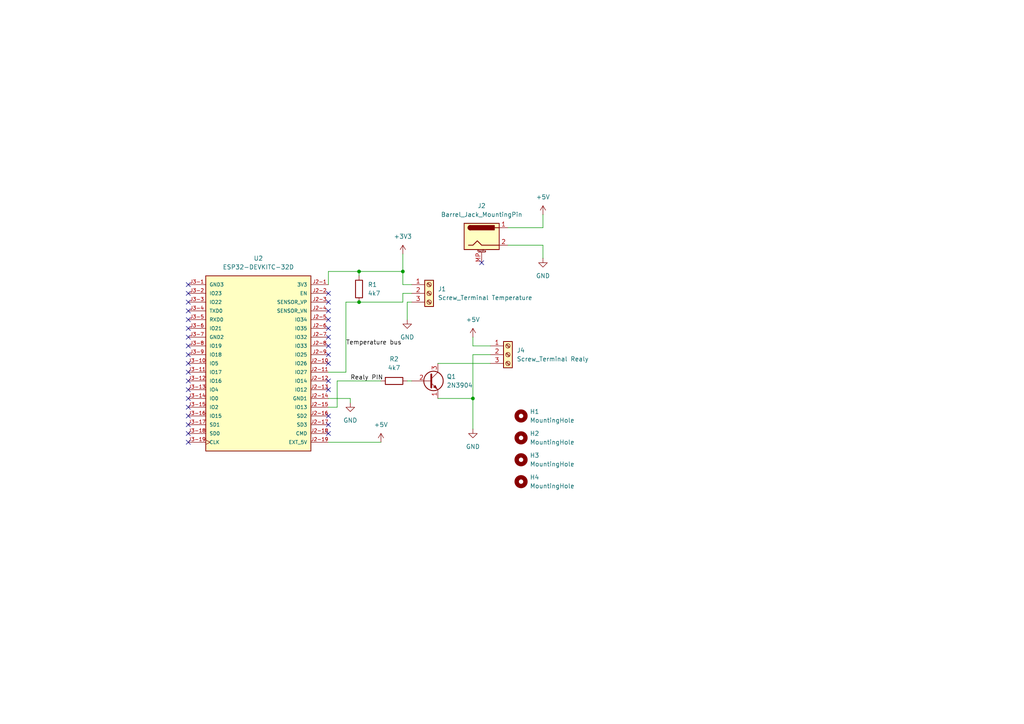
<source format=kicad_sch>
(kicad_sch (version 20231120) (generator "eeschema") (generator_version "8.0")
  (paper "A4")
  (lib_symbols
    (symbol "Connector:Barrel_Jack_MountingPin" (pin_names hide)
      (property "Reference" "J" (at 0 5.334 0))
      (property "Value" "Barrel_Jack_MountingPin" (at 1.27 -6.35 0))
      (symbol "Barrel_Jack_MountingPin_0_1"
        (rectangle (start -5.08 3.81) (end 5.08 -3.81) (stroke (width 0.254)) (fill (type background)))
        (arc (start -3.302 3.175) (mid -3.9343 2.54) (end -3.302 1.905) (stroke (width 0.254)))
        (arc (start -3.302 3.175) (mid -3.9343 2.54) (end -3.302 1.905) (stroke (width 0.254)) (fill (type outline)))
        (polyline (pts (xy 5.08 2.54) (xy 3.81 2.54)) (stroke (width 0.254)))
        (polyline (pts (xy -3.81 -2.54) (xy -2.54 -2.54) (xy -1.27 -1.27) (xy 0 -2.54) (xy 2.54 -2.54) (xy 5.08 -2.54)) (stroke (width 0.254)))
        (rectangle (start 3.683 3.175) (end -3.302 1.905) (stroke (width 0.254)) (fill (type outline)))
      )
      (symbol "Barrel_Jack_MountingPin_1_1"
        (polyline (pts (xy -1.016 -4.572) (xy 1.016 -4.572)) (stroke (width 0.1524)))
        (text "Mounting" (at 0 -4.191 0) (effects (font (size 0.381 0.381))))
        (pin passive line (at 7.62 2.54 180) (length 2.54) (name "~") (number "1"))
        (pin passive line (at 7.62 -2.54 180) (length 2.54) (name "~") (number "2"))
        (pin passive line (at 0 -7.62 90) (length 3.048) (name "MountPin") (number "MP"))
      )
    )
    (symbol "Connector:Screw_Terminal_01x03" (pin_names (offset 1.016) hide)
      (property "Reference" "J" (at 0 5.08 0))
      (property "Value" "Screw_Terminal_01x03" (at 0 -5.08 0))
      (symbol "Screw_Terminal_01x03_1_1"
        (rectangle (start -1.27 3.81) (end 1.27 -3.81) (stroke (width 0.254)) (fill (type background)))
        (circle (center 0 -2.54) (radius 0.635) (stroke (width 0.1524)))
        (polyline (pts (xy -0.5334 -2.2098) (xy 0.3302 -3.048)) (stroke (width 0.1524)))
        (polyline (pts (xy -0.5334 0.3302) (xy 0.3302 -0.508)) (stroke (width 0.1524)))
        (polyline (pts (xy -0.5334 2.8702) (xy 0.3302 2.032)) (stroke (width 0.1524)))
        (polyline (pts (xy -0.3556 -2.032) (xy 0.508 -2.8702)) (stroke (width 0.1524)))
        (polyline (pts (xy -0.3556 0.508) (xy 0.508 -0.3302)) (stroke (width 0.1524)))
        (polyline (pts (xy -0.3556 3.048) (xy 0.508 2.2098)) (stroke (width 0.1524)))
        (circle (center 0 0) (radius 0.635) (stroke (width 0.1524)))
        (circle (center 0 2.54) (radius 0.635) (stroke (width 0.1524)))
        (pin passive line (at -5.08 2.54 0) (length 3.81) (name "Pin_1") (number "1"))
        (pin passive line (at -5.08 0 0) (length 3.81) (name "Pin_2") (number "2"))
        (pin passive line (at -5.08 -2.54 0) (length 3.81) (name "Pin_3") (number "3"))
      )
    )
    (symbol "Device:R" (pin_numbers hide) (pin_names (offset 0))
      (property "Reference" "R" (at 2.032 0 90))
      (property "Value" "R" (at 0 0 90))
      (symbol "R_0_1"
        (rectangle (start -1.016 -2.54) (end 1.016 2.54) (stroke (width 0.254)))
      )
      (symbol "R_1_1"
        (pin passive line (at 0 3.81 270) (length 1.27) (name "~") (number "1"))
        (pin passive line (at 0 -3.81 90) (length 1.27) (name "~") (number "2"))
      )
    )
    (symbol "Mechanical:MountingHole" (pin_names (offset 1.016)) (exclude_from_sim yes) (in_bom no)
      (property "Reference" "H" (at 0 5.08 0))
      (property "Value" "MountingHole" (at 0 3.175 0))
      (symbol "MountingHole_0_1"
        (circle (center 0 0) (radius 1.27) (stroke (width 1.27)))
      )
    )
    (symbol "Szabi_symbols:ESP32-DEVKITC-32D" (pin_names (offset 1.016))
      (property "Reference" "U" (at -15.2572 26.0643 0))
      (property "Value" "ESP32-DEVKITC-32D" (at -15.2563 -27.9698 0))
      (symbol "ESP32-DEVKITC-32D_0_0"
        (rectangle (start -15.24 -25.4) (end 15.24 25.4) (stroke (width 0.254)) (fill (type background)))
        (pin power_in line (at -20.32 22.86 0) (length 5.08) (name "3V3") (number "J2-1"))
        (pin bidirectional line (at -20.32 0 0) (length 5.08) (name "IO26") (number "J2-10"))
        (pin bidirectional line (at -20.32 -2.54 0) (length 5.08) (name "IO27") (number "J2-11"))
        (pin bidirectional line (at -20.32 -5.08 0) (length 5.08) (name "IO14") (number "J2-12"))
        (pin bidirectional line (at -20.32 -7.62 0) (length 5.08) (name "IO12") (number "J2-13"))
        (pin power_in line (at -20.32 -10.16 0) (length 5.08) (name "GND1") (number "J2-14"))
        (pin bidirectional line (at -20.32 -12.7 0) (length 5.08) (name "IO13") (number "J2-15"))
        (pin bidirectional line (at -20.32 -15.24 0) (length 5.08) (name "SD2") (number "J2-16"))
        (pin bidirectional line (at -20.32 -17.78 0) (length 5.08) (name "SD3") (number "J2-17"))
        (pin bidirectional line (at -20.32 -20.32 0) (length 5.08) (name "CMD") (number "J2-18"))
        (pin power_in line (at -20.32 -22.86 0) (length 5.08) (name "EXT_5V") (number "J2-19"))
        (pin input line (at -20.32 20.32 0) (length 5.08) (name "EN") (number "J2-2"))
        (pin input line (at -20.32 17.78 0) (length 5.08) (name "SENSOR_VP") (number "J2-3"))
        (pin input line (at -20.32 15.24 0) (length 5.08) (name "SENSOR_VN") (number "J2-4"))
        (pin bidirectional line (at -20.32 12.7 0) (length 5.08) (name "IO34") (number "J2-5"))
        (pin bidirectional line (at -20.32 10.16 0) (length 5.08) (name "IO35") (number "J2-6"))
        (pin bidirectional line (at -20.32 7.62 0) (length 5.08) (name "IO32") (number "J2-7"))
        (pin bidirectional line (at -20.32 5.08 0) (length 5.08) (name "IO33") (number "J2-8"))
        (pin bidirectional line (at -20.32 2.54 0) (length 5.08) (name "IO25") (number "J2-9"))
        (pin power_in line (at 20.32 22.86 180) (length 5.08) (name "GND3") (number "J3-1"))
        (pin bidirectional line (at 20.32 0 180) (length 5.08) (name "IO5") (number "J3-10"))
        (pin bidirectional line (at 20.32 -2.54 180) (length 5.08) (name "IO17") (number "J3-11"))
        (pin bidirectional line (at 20.32 -5.08 180) (length 5.08) (name "IO16") (number "J3-12"))
        (pin bidirectional line (at 20.32 -7.62 180) (length 5.08) (name "IO4") (number "J3-13"))
        (pin bidirectional line (at 20.32 -10.16 180) (length 5.08) (name "IO0") (number "J3-14"))
        (pin bidirectional line (at 20.32 -12.7 180) (length 5.08) (name "IO2") (number "J3-15"))
        (pin bidirectional line (at 20.32 -15.24 180) (length 5.08) (name "IO15") (number "J3-16"))
        (pin bidirectional line (at 20.32 -17.78 180) (length 5.08) (name "SD1") (number "J3-17"))
        (pin bidirectional line (at 20.32 -20.32 180) (length 5.08) (name "SD0") (number "J3-18"))
        (pin input clock (at 20.32 -22.86 180) (length 5.08) (name "CLK") (number "J3-19"))
        (pin bidirectional line (at 20.32 20.32 180) (length 5.08) (name "IO23") (number "J3-2"))
        (pin bidirectional line (at 20.32 17.78 180) (length 5.08) (name "IO22") (number "J3-3"))
        (pin output line (at 20.32 15.24 180) (length 5.08) (name "TXD0") (number "J3-4"))
        (pin input line (at 20.32 12.7 180) (length 5.08) (name "RXD0") (number "J3-5"))
        (pin bidirectional line (at 20.32 10.16 180) (length 5.08) (name "IO21") (number "J3-6"))
        (pin power_in line (at 20.32 7.62 180) (length 5.08) (name "GND2") (number "J3-7"))
        (pin bidirectional line (at 20.32 5.08 180) (length 5.08) (name "IO19") (number "J3-8"))
        (pin bidirectional line (at 20.32 2.54 180) (length 5.08) (name "IO18") (number "J3-9"))
      )
    )
    (symbol "Transistor_BJT:2N3904" (pin_names (offset 0) hide)
      (property "Reference" "Q" (at 5.08 1.905 0))
      (property "Value" "2N3904" (at 5.08 0 0))
      (symbol "2N3904_0_1"
        (polyline (pts (xy 0.635 0.635) (xy 2.54 2.54)))
        (polyline (pts (xy 0.635 -0.635) (xy 2.54 -2.54) (xy 2.54 -2.54)))
        (polyline (pts (xy 0.635 1.905) (xy 0.635 -1.905) (xy 0.635 -1.905)) (stroke (width 0.508)))
        (polyline (pts (xy 1.27 -1.778) (xy 1.778 -1.27) (xy 2.286 -2.286) (xy 1.27 -1.778) (xy 1.27 -1.778)) (fill (type outline)))
        (circle (center 1.27 0) (radius 2.8194) (stroke (width 0.254)))
      )
      (symbol "2N3904_1_1"
        (pin passive line (at 2.54 -5.08 90) (length 2.54) (name "E") (number "1"))
        (pin passive line (at -5.08 0 0) (length 5.715) (name "B") (number "2"))
        (pin passive line (at 2.54 5.08 270) (length 2.54) (name "C") (number "3"))
      )
    )
    (symbol "power:+3V3" (power) (pin_numbers hide) (pin_names (offset 0) hide)
      (property "Value" "+3V3" (at 0 3.556 0))
      (symbol "+3V3_0_1"
        (polyline (pts (xy -0.762 1.27) (xy 0 2.54)))
        (polyline (pts (xy 0 0) (xy 0 2.54)))
        (polyline (pts (xy 0 2.54) (xy 0.762 1.27)))
      )
      (symbol "+3V3_1_1"
        (pin power_in line (at 0 0 90) (length 0) (name "~") (number "1"))
      )
    )
    (symbol "power:+5V" (power) (pin_numbers hide) (pin_names (offset 0) hide)
      (property "Value" "+5V" (at 0 3.556 0))
      (symbol "+5V_0_1"
        (polyline (pts (xy -0.762 1.27) (xy 0 2.54)))
        (polyline (pts (xy 0 0) (xy 0 2.54)))
        (polyline (pts (xy 0 2.54) (xy 0.762 1.27)))
      )
      (symbol "+5V_1_1"
        (pin power_in line (at 0 0 90) (length 0) (name "~") (number "1"))
      )
    )
    (symbol "power:GND" (power) (pin_numbers hide) (pin_names (offset 0) hide)
      (property "Value" "GND" (at 0 -3.81 0))
      (symbol "GND_0_1"
        (polyline (pts (xy 0 0) (xy 0 -1.27) (xy 1.27 -1.27) (xy 0 -2.54) (xy -1.27 -1.27) (xy 0 -1.27)))
      )
      (symbol "GND_1_1"
        (pin power_in line (at 0 0 270) (length 0) (name "~") (number "1"))
      )
    )
  )
  (junction (at 104.14 78.74))
  (junction (at 137.16 115.57))
  (junction (at 104.14 87.63))
  (junction (at 116.84 78.74))
  (no_connect (at 95.25 92.71))
  (no_connect (at 54.61 100.33))
  (no_connect (at 54.61 82.55))
  (no_connect (at 95.25 100.33))
  (no_connect (at 54.61 110.49))
  (no_connect (at 54.61 128.27))
  (no_connect (at 95.25 113.03))
  (no_connect (at 54.61 102.87))
  (no_connect (at 95.25 105.41))
  (no_connect (at 95.25 120.65))
  (no_connect (at 54.61 118.11))
  (no_connect (at 54.61 113.03))
  (no_connect (at 95.25 110.49))
  (no_connect (at 54.61 85.09))
  (no_connect (at 95.25 123.19))
  (no_connect (at 54.61 87.63))
  (no_connect (at 54.61 105.41))
  (no_connect (at 95.25 97.79))
  (no_connect (at 95.25 102.87))
  (no_connect (at 54.61 97.79))
  (no_connect (at 54.61 95.25))
  (no_connect (at 95.25 85.09))
  (no_connect (at 54.61 120.65))
  (no_connect (at 54.61 90.17))
  (no_connect (at 95.25 125.73))
  (no_connect (at 54.61 125.73))
  (no_connect (at 139.7 76.2))
  (no_connect (at 54.61 107.95))
  (no_connect (at 54.61 123.19))
  (no_connect (at 54.61 92.71))
  (no_connect (at 54.61 115.57))
  (no_connect (at 95.25 95.25))
  (no_connect (at 95.25 90.17))
  (no_connect (at 95.25 87.63))
  (wire (pts (xy 97.79 118.11) (xy 95.25 118.11)))
  (wire (pts (xy 116.84 85.09) (xy 116.84 87.63)))
  (wire (pts (xy 97.79 110.49) (xy 97.79 118.11)))
  (wire (pts (xy 116.84 73.66) (xy 116.84 78.74)))
  (wire (pts (xy 118.11 87.63) (xy 119.38 87.63)))
  (wire (pts (xy 95.25 128.27) (xy 110.49 128.27)))
  (wire (pts (xy 119.38 82.55) (xy 116.84 82.55)))
  (wire (pts (xy 95.25 78.74) (xy 104.14 78.74)))
  (wire (pts (xy 116.84 85.09) (xy 119.38 85.09)))
  (wire (pts (xy 104.14 87.63) (xy 100.33 87.63)))
  (wire (pts (xy 137.16 100.33) (xy 142.24 100.33)))
  (wire (pts (xy 147.32 71.12) (xy 157.48 71.12)))
  (wire (pts (xy 142.24 102.87) (xy 137.16 102.87)))
  (wire (pts (xy 101.6 116.84) (xy 101.6 115.57)))
  (wire (pts (xy 104.14 78.74) (xy 104.14 80.01)))
  (wire (pts (xy 157.48 66.04) (xy 147.32 66.04)))
  (wire (pts (xy 100.33 107.95) (xy 95.25 107.95)))
  (wire (pts (xy 127 115.57) (xy 137.16 115.57)))
  (wire (pts (xy 118.11 87.63) (xy 118.11 92.71)))
  (wire (pts (xy 137.16 102.87) (xy 137.16 115.57)))
  (wire (pts (xy 157.48 62.23) (xy 157.48 66.04)))
  (wire (pts (xy 142.24 105.41) (xy 127 105.41)))
  (wire (pts (xy 104.14 78.74) (xy 116.84 78.74)))
  (wire (pts (xy 95.25 78.74) (xy 95.25 82.55)))
  (wire (pts (xy 104.14 87.63) (xy 116.84 87.63)))
  (wire (pts (xy 118.11 110.49) (xy 119.38 110.49)))
  (wire (pts (xy 157.48 71.12) (xy 157.48 74.93)))
  (wire (pts (xy 100.33 87.63) (xy 100.33 107.95)))
  (wire (pts (xy 116.84 82.55) (xy 116.84 78.74)))
  (wire (pts (xy 137.16 97.79) (xy 137.16 100.33)))
  (wire (pts (xy 137.16 115.57) (xy 137.16 124.46)))
  (wire (pts (xy 95.25 115.57) (xy 101.6 115.57)))
  (wire (pts (xy 97.79 110.49) (xy 110.49 110.49)))
  (label "Realy PIN" (at 101.6 110.49 0))
  (label "Temperature bus" (at 100.33 100.33 0))
  (symbol (lib_id "Device:R") (at 104.14 83.82 180) (unit 1)
    (property "Reference" "R1" (at 106.68 82.5499 0) (effects (justify right)))
    (property "Value" "4k7" (at 106.68 85.0899 0) (effects (justify right)))
    (property "Footprint" "Resistor_THT:R_Axial_DIN0207_L6.3mm_D2.5mm_P10.16mm_Horizontal" (effects (hide yes)))
    (property "Description" "Resistor" (effects (hide yes)))
  )
  (symbol (lib_id "power:+3V3") (at 116.84 73.66 0) (unit 1)
    (property "Reference" "#PWR01" (effects (hide yes)))
    (property "Value" "+3V3" (at 116.84 68.58 0))
    (property "Description" "Power symbol creates a global label with name \"+3V3\"" (effects (hide yes)))
  )
  (symbol (lib_id "Mechanical:MountingHole") (at 151.13 139.7 0) (unit 1) (exclude_from_sim yes) (in_bom no)
    (property "Reference" "H4" (at 153.67 138.4299 0) (effects (justify left)))
    (property "Value" "MountingHole" (at 153.67 140.9699 0) (effects (justify left)))
    (property "Footprint" "MountingHole:MountingHole_2.2mm_M2_ISO7380_Pad" (effects (hide yes)))
    (property "Description" "Mounting Hole without connection" (effects (hide yes)))
  )
  (symbol (lib_id "power:+5V") (at 137.16 97.79 0) (unit 1)
    (property "Reference" "#PWR03" (effects (hide yes)))
    (property "Value" "+5V" (at 137.16 92.71 0))
    (property "Description" "Power symbol creates a global label with name \"+5V\"" (effects (hide yes)))
  )
  (symbol (lib_id "Szabi_symbols:ESP32-DEVKITC-32D") (at 74.93 105.41 0) (mirror y) (unit 1)
    (property "Reference" "U2" (at 74.93 74.93 0))
    (property "Value" "ESP32-DEVKITC-32D" (at 74.93 77.47 0))
    (property "Footprint" "Szabi_footprints:MODULE_ESP32-DEVKITC-32D" (effects (hide yes)))
    (property "MF" "Espressif Systems" (effects (hide yes)))
    (property "MAXIMUM_PACKAGE_HEIGHT" "N/A" (effects (hide yes)))
    (property "Package" "None" (effects (hide yes)))
    (property "Price" "None" (effects (hide yes)))
    (property "Check_prices" "https://www.snapeda.com/parts/ESP32-DEVKITC-32D/Espressif+Systems/view-part/?ref=eda" (effects (hide yes)))
    (property "STANDARD" "Manufacturer Recommendations" (effects (hide yes)))
    (property "PARTREV" "V4" (effects (hide yes)))
    (property "SnapEDA_Link" "https://www.snapeda.com/parts/ESP32-DEVKITC-32D/Espressif+Systems/view-part/?ref=snap" (effects (hide yes)))
    (property "MP" "ESP32-DEVKITC-32D" (effects (hide yes)))
    (property "Description_1" "\nWiFi Development Tools (802.11) ESP32 General Development Kit, ESP32-WROOM-32D on the board\n" (effects (hide yes)))
    (property "MANUFACTURER" "Espressif Systems" (effects (hide yes)))
    (property "Availability" "In Stock" (effects (hide yes)))
    (property "SNAPEDA_PN" "ESP32-DEVKITC-32D" (effects (hide yes)))
  )
  (symbol (lib_id "power:GND") (at 101.6 116.84 0) (unit 1)
    (property "Reference" "#PWR07" (effects (hide yes)))
    (property "Value" "GND" (at 101.6 121.92 0))
    (property "Description" "Power symbol creates a global label with name \"GND\" , ground" (effects (hide yes)))
  )
  (symbol (lib_id "Device:R") (at 114.3 110.49 90) (unit 1)
    (property "Reference" "R2" (at 114.3 104.14 90))
    (property "Value" "4k7" (at 114.3 106.68 90))
    (property "Footprint" "Resistor_THT:R_Axial_DIN0207_L6.3mm_D2.5mm_P10.16mm_Horizontal" (effects (hide yes)))
    (property "Description" "Resistor" (effects (hide yes)))
  )
  (symbol (lib_id "Mechanical:MountingHole") (at 151.13 127 0) (unit 1) (exclude_from_sim yes) (in_bom no)
    (property "Reference" "H2" (at 153.67 125.7299 0) (effects (justify left)))
    (property "Value" "MountingHole" (at 153.67 128.2699 0) (effects (justify left)))
    (property "Footprint" "MountingHole:MountingHole_2.2mm_M2_ISO7380_Pad" (effects (hide yes)))
    (property "Description" "Mounting Hole without connection" (effects (hide yes)))
  )
  (symbol (lib_id "power:GND") (at 157.48 74.93 0) (unit 1)
    (property "Reference" "#PWR05" (effects (hide yes)))
    (property "Value" "GND" (at 157.48 80.01 0))
    (property "Description" "Power symbol creates a global label with name \"GND\" , ground" (effects (hide yes)))
  )
  (symbol (lib_id "power:GND") (at 137.16 124.46 0) (unit 1)
    (property "Reference" "#PWR04" (effects (hide yes)))
    (property "Value" "GND" (at 137.16 129.54 0))
    (property "Description" "Power symbol creates a global label with name \"GND\" , ground" (effects (hide yes)))
  )
  (symbol (lib_id "Transistor_BJT:2N3904") (at 124.46 110.49 0) (unit 1)
    (property "Reference" "Q1" (at 129.54 109.2199 0) (effects (justify left)))
    (property "Value" "2N3904" (at 129.54 111.7599 0) (effects (justify left)))
    (property "Footprint" "Package_TO_SOT_THT:TO-92_Inline_Wide" (effects (hide yes)))
    (property "Datasheet" "https://www.onsemi.com/pub/Collateral/2N3903-D.PDF" (effects (hide yes)))
    (property "Description" "0.2A Ic, 40V Vce, Small Signal NPN Transistor, TO-92" (effects (hide yes)))
  )
  (symbol (lib_id "power:+5V") (at 110.49 128.27 0) (unit 1)
    (property "Reference" "#PWR08" (effects (hide yes)))
    (property "Value" "+5V" (at 110.49 123.19 0))
    (property "Description" "Power symbol creates a global label with name \"+5V\"" (effects (hide yes)))
  )
  (symbol (lib_id "Connector:Screw_Terminal_01x03") (at 124.46 85.09 0) (unit 1)
    (property "Reference" "J1" (at 127 83.8199 0) (effects (justify left)))
    (property "Value" "Screw_Terminal Temperature" (at 127 86.3599 0) (effects (justify left)))
    (property "Footprint" "TerminalBlock:TerminalBlock_bornier-3_P5.08mm" (effects (hide yes)))
    (property "Description" "Generic screw terminal, single row, 01x03, script generated (kicad-library-utils/schlib/autogen/connector/)" (effects (hide yes)))
  )
  (symbol (lib_id "Mechanical:MountingHole") (at 151.13 120.65 0) (unit 1) (exclude_from_sim yes) (in_bom no)
    (property "Reference" "H1" (at 153.67 119.3799 0) (effects (justify left)))
    (property "Value" "MountingHole" (at 153.67 121.9199 0) (effects (justify left)))
    (property "Footprint" "MountingHole:MountingHole_2.2mm_M2_ISO7380_Pad" (effects (hide yes)))
    (property "Description" "Mounting Hole without connection" (effects (hide yes)))
  )
  (symbol (lib_id "Mechanical:MountingHole") (at 151.13 133.35 0) (unit 1) (exclude_from_sim yes) (in_bom no)
    (property "Reference" "H3" (at 153.67 132.0799 0) (effects (justify left)))
    (property "Value" "MountingHole" (at 153.67 134.6199 0) (effects (justify left)))
    (property "Footprint" "MountingHole:MountingHole_2.2mm_M2_ISO7380_Pad" (effects (hide yes)))
    (property "Description" "Mounting Hole without connection" (effects (hide yes)))
  )
  (symbol (lib_id "power:+5V") (at 157.48 62.23 0) (unit 1)
    (property "Reference" "#PWR06" (effects (hide yes)))
    (property "Value" "+5V" (at 157.48 57.15 0))
    (property "Description" "Power symbol creates a global label with name \"+5V\"" (effects (hide yes)))
  )
  (symbol (lib_id "Connector:Barrel_Jack_MountingPin") (at 139.7 68.58 0) (unit 1)
    (property "Reference" "J2" (at 139.7 59.69 0))
    (property "Value" "Barrel_Jack_MountingPin" (at 139.7 62.23 0))
    (property "Footprint" "Connector_BarrelJack:BarrelJack_GCT_DCJ200-10-A_Horizontal" (effects (hide yes)))
    (property "Description" "DC Barrel Jack with a mounting pin" (effects (hide yes)))
  )
  (symbol (lib_id "power:GND") (at 118.11 92.71 0) (unit 1)
    (property "Reference" "#PWR02" (effects (hide yes)))
    (property "Value" "GND" (at 118.11 97.79 0))
    (property "Description" "Power symbol creates a global label with name \"GND\" , ground" (effects (hide yes)))
  )
  (symbol (lib_id "Connector:Screw_Terminal_01x03") (at 147.32 102.87 0) (unit 1)
    (property "Reference" "J4" (at 149.86 101.5999 0) (effects (justify left)))
    (property "Value" "Screw_Terminal Realy" (at 149.86 104.1399 0) (effects (justify left)))
    (property "Footprint" "TerminalBlock:TerminalBlock_bornier-3_P5.08mm" (effects (hide yes)))
    (property "Description" "Generic screw terminal, single row, 01x03, script generated (kicad-library-utils/schlib/autogen/connector/)" (effects (hide yes)))
  )
)
</source>
